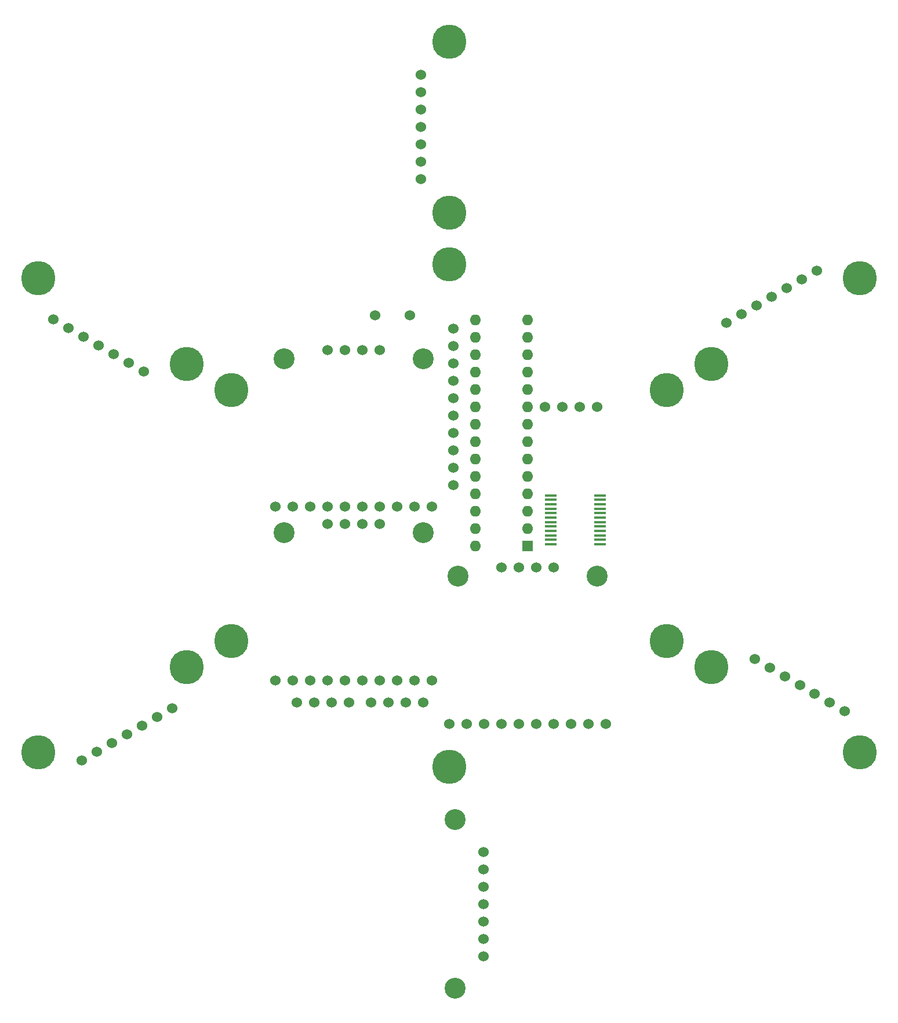
<source format=gbr>
%TF.GenerationSoftware,KiCad,Pcbnew,5.1.9+dfsg1-1+deb11u1*%
%TF.CreationDate,2024-06-25T08:23:57+02:00*%
%TF.ProjectId,pcb_onder,7063625f-6f6e-4646-9572-2e6b69636164,rev?*%
%TF.SameCoordinates,Original*%
%TF.FileFunction,Soldermask,Top*%
%TF.FilePolarity,Negative*%
%FSLAX46Y46*%
G04 Gerber Fmt 4.6, Leading zero omitted, Abs format (unit mm)*
G04 Created by KiCad (PCBNEW 5.1.9+dfsg1-1+deb11u1) date 2024-06-25 08:23:57*
%MOMM*%
%LPD*%
G01*
G04 APERTURE LIST*
%ADD10C,1.524000*%
%ADD11C,5.000000*%
%ADD12C,3.048000*%
%ADD13O,1.600000X1.600000*%
%ADD14R,1.600000X1.600000*%
%ADD15R,1.750000X0.450000*%
G04 APERTURE END LIST*
D10*
%TO.C,kleur_sensor_1*%
X167980239Y-65850102D03*
X165780534Y-67120102D03*
X163580830Y-68390102D03*
X161381125Y-69660102D03*
X159181421Y-70930102D03*
X156981716Y-72200102D03*
X154782012Y-73470102D03*
D11*
X174272259Y-66975000D03*
X152621623Y-79475000D03*
%TD*%
D10*
%TO.C,kleur_sensor_6*%
X172100439Y-130213501D03*
X169900734Y-128943501D03*
X167701030Y-127673501D03*
X165501325Y-126403501D03*
X163301621Y-125133501D03*
X161101916Y-123863501D03*
X158902212Y-122593501D03*
D11*
X174272259Y-136224999D03*
X152621623Y-123724999D03*
%TD*%
D10*
%TO.C,kleur_sensor_4*%
X60619761Y-137349897D03*
X62819466Y-136079897D03*
X65019170Y-134809897D03*
X67218875Y-133539897D03*
X69418579Y-132269897D03*
X71618284Y-130999897D03*
X73817988Y-129729897D03*
D11*
X54327741Y-136224999D03*
X75978377Y-123724999D03*
%TD*%
D10*
%TO.C,kleur_sensor_2*%
X110179800Y-37236600D03*
X110179800Y-39776600D03*
X110179800Y-42316600D03*
X110179800Y-44856600D03*
X110179800Y-47396600D03*
X110179800Y-49936600D03*
X110179800Y-52476600D03*
D11*
X114300000Y-32350000D03*
X114300000Y-57350000D03*
%TD*%
D10*
%TO.C,kleur_sensor_3*%
X56499561Y-72986498D03*
X58699266Y-74256498D03*
X60898970Y-75526498D03*
X63098675Y-76796498D03*
X65298379Y-78066498D03*
X67498084Y-79336498D03*
X69697788Y-80606498D03*
D11*
X54327741Y-66975000D03*
X75978377Y-79475000D03*
%TD*%
%TO.C,U6*%
X114300000Y-138315000D03*
%TD*%
%TO.C,U5*%
X82503878Y-119957499D03*
%TD*%
%TO.C,U4*%
X82503878Y-83242500D03*
%TD*%
%TO.C,U3*%
X146096122Y-83242501D03*
%TD*%
%TO.C,U2*%
X114300000Y-64885000D03*
%TD*%
%TO.C,U1*%
X146096122Y-119957499D03*
%TD*%
D10*
%TO.C,i2c_res1*%
X103505000Y-72390000D03*
X108585000Y-72390000D03*
%TD*%
D12*
%TO.C,kleur_sensor_5*%
X115200000Y-146050000D03*
X115200000Y-170650000D03*
D10*
X119309200Y-150723400D03*
X119309200Y-153263400D03*
X119309200Y-155803400D03*
X119309200Y-158343400D03*
X119309200Y-160883400D03*
X119309200Y-163423400D03*
X119309200Y-165963400D03*
%TD*%
D13*
%TO.C,port_multiplexer_2*%
X118110000Y-106045000D03*
X125730000Y-73025000D03*
X118110000Y-103505000D03*
X125730000Y-75565000D03*
X118110000Y-100965000D03*
X125730000Y-78105000D03*
X118110000Y-98425000D03*
X125730000Y-80645000D03*
X118110000Y-95885000D03*
X125730000Y-83185000D03*
X118110000Y-93345000D03*
X125730000Y-85725000D03*
X118110000Y-90805000D03*
X125730000Y-88265000D03*
X118110000Y-88265000D03*
X125730000Y-90805000D03*
X118110000Y-85725000D03*
X125730000Y-93345000D03*
X118110000Y-83185000D03*
X125730000Y-95885000D03*
X118110000Y-80645000D03*
X125730000Y-98425000D03*
X118110000Y-78105000D03*
X125730000Y-100965000D03*
X118110000Y-75565000D03*
X125730000Y-103505000D03*
X118110000Y-73025000D03*
D14*
X125730000Y-106045000D03*
%TD*%
D12*
%TO.C,motor_driver3*%
X110490000Y-104140000D03*
X90170000Y-104140000D03*
D10*
X96520000Y-102870000D03*
X99060000Y-102870000D03*
X101600000Y-102870000D03*
X104140000Y-102870000D03*
X111760000Y-125730000D03*
X106680000Y-125730000D03*
X109220000Y-125730000D03*
X104140000Y-125730000D03*
X101600000Y-125730000D03*
X99060000Y-125730000D03*
X96520000Y-125730000D03*
X93980000Y-125730000D03*
X91440000Y-125730000D03*
X88900000Y-125730000D03*
%TD*%
D12*
%TO.C,motor_driver2*%
X110490000Y-78740000D03*
X90170000Y-78740000D03*
D10*
X96520000Y-77470000D03*
X99060000Y-77470000D03*
X101600000Y-77470000D03*
X104140000Y-77470000D03*
X111760000Y-100330000D03*
X106680000Y-100330000D03*
X109220000Y-100330000D03*
X104140000Y-100330000D03*
X101600000Y-100330000D03*
X99060000Y-100330000D03*
X96520000Y-100330000D03*
X93980000Y-100330000D03*
X91440000Y-100330000D03*
X88900000Y-100330000D03*
%TD*%
D12*
%TO.C,motor_driver1*%
X135890000Y-110490000D03*
X115570000Y-110490000D03*
D10*
X121920000Y-109220000D03*
X124460000Y-109220000D03*
X127000000Y-109220000D03*
X129540000Y-109220000D03*
X137160000Y-132080000D03*
X132080000Y-132080000D03*
X134620000Y-132080000D03*
X129540000Y-132080000D03*
X127000000Y-132080000D03*
X124460000Y-132080000D03*
X121920000Y-132080000D03*
X119380000Y-132080000D03*
X116840000Y-132080000D03*
X114300000Y-132080000D03*
%TD*%
%TO.C,motor3*%
X135890000Y-85725000D03*
X133350000Y-85725000D03*
X130810000Y-85725000D03*
X128270000Y-85725000D03*
%TD*%
%TO.C,motor2*%
X99695000Y-128905000D03*
X97155000Y-128905000D03*
X94615000Y-128905000D03*
X92075000Y-128905000D03*
%TD*%
%TO.C,motor1*%
X110490000Y-128905000D03*
X107950000Y-128905000D03*
X105410000Y-128905000D03*
X102870000Y-128905000D03*
%TD*%
%TO.C,J1*%
X114935000Y-76835000D03*
X114935000Y-97155000D03*
X114935000Y-94615000D03*
X114935000Y-92075000D03*
X114935000Y-89535000D03*
X114935000Y-86995000D03*
X114935000Y-84455000D03*
X114935000Y-81915000D03*
X114935000Y-79375000D03*
X114935000Y-74295000D03*
%TD*%
D15*
%TO.C,i2c_multiplexer1*%
X136315000Y-98660000D03*
X136315000Y-99310000D03*
X136315000Y-99960000D03*
X136315000Y-100610000D03*
X136315000Y-101260000D03*
X136315000Y-101910000D03*
X136315000Y-102560000D03*
X136315000Y-103210000D03*
X136315000Y-103860000D03*
X136315000Y-104510000D03*
X136315000Y-105160000D03*
X136315000Y-105810000D03*
X129115000Y-105810000D03*
X129115000Y-105160000D03*
X129115000Y-104510000D03*
X129115000Y-103860000D03*
X129115000Y-103210000D03*
X129115000Y-102560000D03*
X129115000Y-101910000D03*
X129115000Y-101260000D03*
X129115000Y-100610000D03*
X129115000Y-99960000D03*
X129115000Y-99310000D03*
X129115000Y-98660000D03*
%TD*%
M02*

</source>
